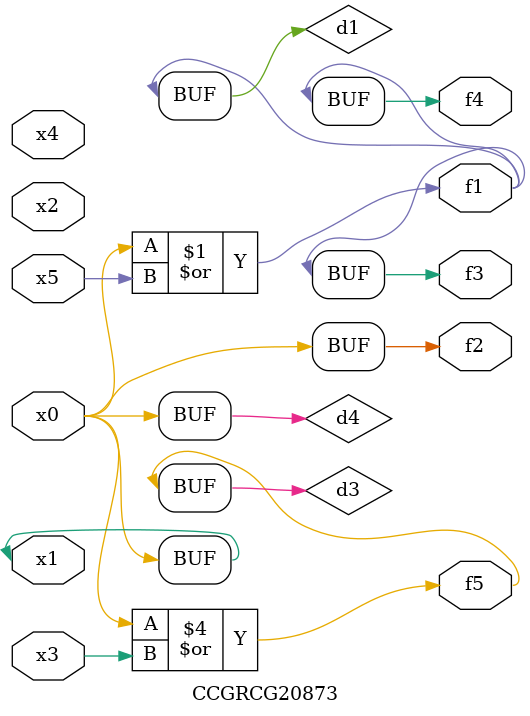
<source format=v>
module CCGRCG20873(
	input x0, x1, x2, x3, x4, x5,
	output f1, f2, f3, f4, f5
);

	wire d1, d2, d3, d4;

	or (d1, x0, x5);
	xnor (d2, x1, x4);
	or (d3, x0, x3);
	buf (d4, x0, x1);
	assign f1 = d1;
	assign f2 = d4;
	assign f3 = d1;
	assign f4 = d1;
	assign f5 = d3;
endmodule

</source>
